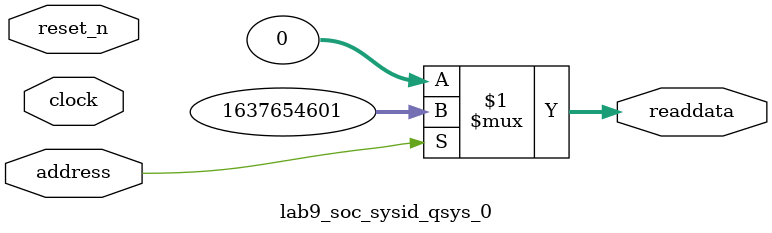
<source format=v>



// synthesis translate_off
`timescale 1ns / 1ps
// synthesis translate_on

// turn off superfluous verilog processor warnings 
// altera message_level Level1 
// altera message_off 10034 10035 10036 10037 10230 10240 10030 

module lab9_soc_sysid_qsys_0 (
               // inputs:
                address,
                clock,
                reset_n,

               // outputs:
                readdata
             )
;

  output  [ 31: 0] readdata;
  input            address;
  input            clock;
  input            reset_n;

  wire    [ 31: 0] readdata;
  //control_slave, which is an e_avalon_slave
  assign readdata = address ? 1637654601 : 0;

endmodule



</source>
